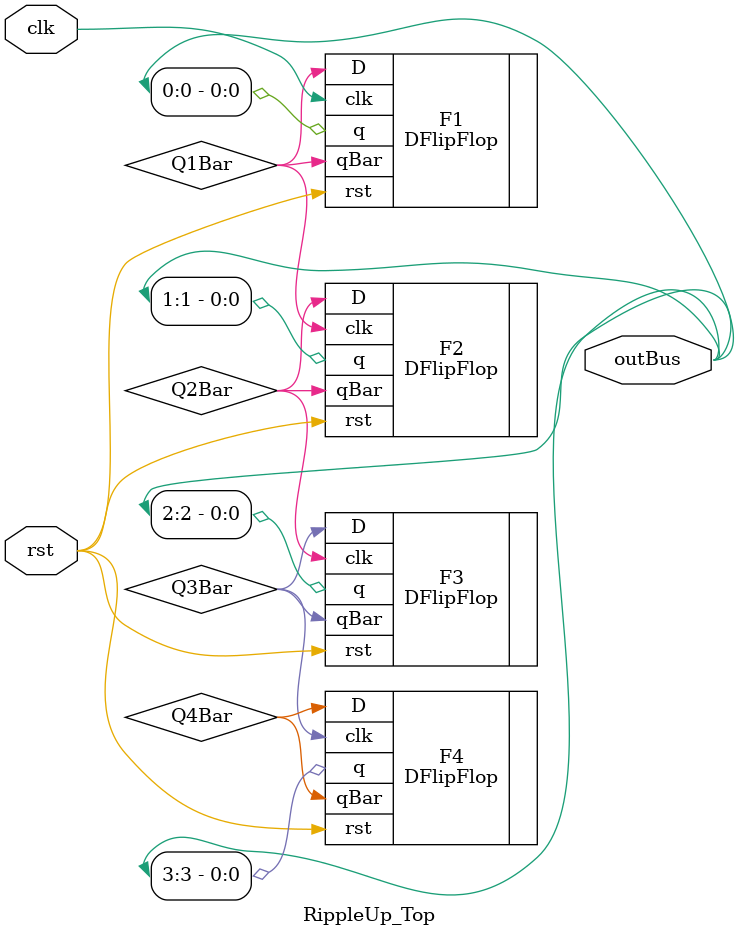
<source format=v>
/***********************************************************************************************
	EE 371
	Joshua Smith
	Section AB

	Description:
		RippleUp_Top.v is the top level module for a basic 4-bit Asynchronous (or Ripple) Up Counter.
		The System has an acitve-low rst and will rst to 0 and count up to 15 and then roll over
		back to 0. The rst is also an asynchronous rst, and so can interupt the count at any time.

	Inputs:
		Clock: The internal System Clock. Typically 50MHz on the DE1-SoC boards
		rst: An active-low rst signal, supplied by a KEY on the DE1 board

	Outputs:
		outBus: The binary representation of the count that will be linked to LEDs on the DE1 board

	Author: Joshua Shackelford

***********************************************************************************************/

//include additional modules for iVerilog
`include "DFlipFlop.v"

module RippleUp_Top(clk, rst, outBus);

	input clk, rst;
	output [3:0] outBus;
	
	//All internal wiring
	wire Q1Bar, Q2Bar, Q3Bar, Q4Bar;
	
	//The first DFF gets a signal from the clock, the rest toggle on the rising edge of the
	//qBar signal of the previous DFF
	DFlipFlop F1 (.q(outBus[0]), .qBar(Q1Bar), .D(Q1Bar), .clk(clk), .rst(rst));
	DFlipFlop F2 (.q(outBus[1]), .qBar(Q2Bar), .D(Q2Bar), .clk(Q1Bar), .rst(rst));
	DFlipFlop F3 (.q(outBus[2]), .qBar(Q3Bar), .D(Q3Bar), .clk(Q2Bar), .rst(rst));
	DFlipFlop F4 (.q(outBus[3]), .qBar(Q4Bar), .D(Q4Bar), .clk(Q3Bar), .rst(rst));
	
endmodule 
</source>
